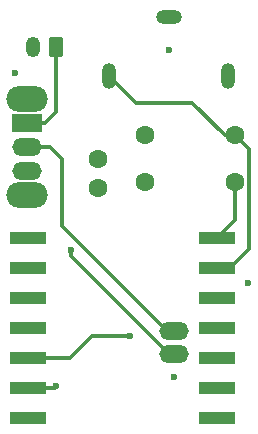
<source format=gbr>
%TF.GenerationSoftware,KiCad,Pcbnew,9.0.7*%
%TF.CreationDate,2026-01-16T10:51:50-07:00*%
%TF.ProjectId,keylink_revB,6b65796c-696e-46b5-9f72-6576422e6b69,rev?*%
%TF.SameCoordinates,Original*%
%TF.FileFunction,Copper,L1,Top*%
%TF.FilePolarity,Positive*%
%FSLAX46Y46*%
G04 Gerber Fmt 4.6, Leading zero omitted, Abs format (unit mm)*
G04 Created by KiCad (PCBNEW 9.0.7) date 2026-01-16 10:51:50*
%MOMM*%
%LPD*%
G01*
G04 APERTURE LIST*
G04 Aperture macros list*
%AMRoundRect*
0 Rectangle with rounded corners*
0 $1 Rounding radius*
0 $2 $3 $4 $5 $6 $7 $8 $9 X,Y pos of 4 corners*
0 Add a 4 corners polygon primitive as box body*
4,1,4,$2,$3,$4,$5,$6,$7,$8,$9,$2,$3,0*
0 Add four circle primitives for the rounded corners*
1,1,$1+$1,$2,$3*
1,1,$1+$1,$4,$5*
1,1,$1+$1,$6,$7*
1,1,$1+$1,$8,$9*
0 Add four rect primitives between the rounded corners*
20,1,$1+$1,$2,$3,$4,$5,0*
20,1,$1+$1,$4,$5,$6,$7,0*
20,1,$1+$1,$6,$7,$8,$9,0*
20,1,$1+$1,$8,$9,$2,$3,0*%
G04 Aperture macros list end*
%TA.AperFunction,ComponentPad*%
%ADD10C,1.600000*%
%TD*%
%TA.AperFunction,ComponentPad*%
%ADD11O,3.500000X2.200000*%
%TD*%
%TA.AperFunction,ComponentPad*%
%ADD12R,2.500000X1.500000*%
%TD*%
%TA.AperFunction,ComponentPad*%
%ADD13O,2.500000X1.500000*%
%TD*%
%TA.AperFunction,ComponentPad*%
%ADD14O,1.200000X1.750000*%
%TD*%
%TA.AperFunction,ComponentPad*%
%ADD15RoundRect,0.250000X0.350000X0.625000X-0.350000X0.625000X-0.350000X-0.625000X0.350000X-0.625000X0*%
%TD*%
%TA.AperFunction,ComponentPad*%
%ADD16O,1.200000X2.200000*%
%TD*%
%TA.AperFunction,ComponentPad*%
%ADD17O,2.200000X1.200000*%
%TD*%
%TA.AperFunction,SMDPad,CuDef*%
%ADD18R,3.150000X1.000000*%
%TD*%
%TA.AperFunction,ViaPad*%
%ADD19C,0.600000*%
%TD*%
%TA.AperFunction,Conductor*%
%ADD20C,0.300000*%
%TD*%
G04 APERTURE END LIST*
D10*
%TO.P,R1,2*%
%TO.N,Net-(U1-VCC_3V3)*%
X100000000Y-36000000D03*
%TO.P,R1,1*%
%TO.N,Net-(U1-D5)*%
X107620000Y-36000000D03*
%TD*%
D11*
%TO.P,SW1,*%
%TO.N,*%
X90000000Y-32900000D03*
X90000000Y-41100000D03*
D12*
%TO.P,SW1,1,A*%
%TO.N,/VBAT*%
X90000000Y-35000000D03*
D13*
%TO.P,SW1,2,B*%
%TO.N,Net-(SW1-B)*%
X90000000Y-37000000D03*
%TO.P,SW1,3*%
%TO.N,N/C*%
X90000000Y-39000000D03*
%TD*%
D10*
%TO.P,R2,1*%
%TO.N,Net-(U1-D6)*%
X107620000Y-40000000D03*
%TO.P,R2,2*%
%TO.N,Net-(U1-VCC_3V3)*%
X100000000Y-40000000D03*
%TD*%
D14*
%TO.P,J1,2,Pin_2*%
%TO.N,Net-(J1-Pin_2)*%
X90500000Y-28500000D03*
D15*
%TO.P,J1,1,Pin_1*%
%TO.N,/VBAT*%
X92500000Y-28500000D03*
%TD*%
D10*
%TO.P,C1,2*%
%TO.N,GND*%
X96000000Y-38000000D03*
%TO.P,C1,1*%
%TO.N,Net-(U1-VCC_3V3)*%
X96000000Y-40500000D03*
%TD*%
D16*
%TO.P,J2,R*%
%TO.N,Net-(U1-D6)*%
X107000000Y-31000000D03*
D17*
%TO.P,J2,S*%
%TO.N,GND*%
X102000000Y-26000000D03*
D16*
%TO.P,J2,T*%
%TO.N,Net-(U1-D5)*%
X97000000Y-31000000D03*
%TD*%
D13*
%TO.P,U1,B-,Batt-*%
%TO.N,Net-(J1-Pin_2)*%
X102429000Y-54500000D03*
%TO.P,U1,B+,Batt+*%
%TO.N,Net-(SW1-B)*%
X102440000Y-52600000D03*
D18*
%TO.P,U1,14,VUSB*%
%TO.N,unconnected-(U1-VUSB-Pad14)*%
X90075000Y-59920000D03*
%TO.P,U1,13,GND*%
%TO.N,GND*%
X90075000Y-57380000D03*
%TO.P,U1,12,VCC_3V3*%
%TO.N,Net-(U1-VCC_3V3)*%
X90075000Y-54840000D03*
%TO.P,U1,11,D10*%
%TO.N,unconnected-(U1-D10-Pad11)*%
X90075000Y-52300000D03*
%TO.P,U1,10,D9*%
%TO.N,unconnected-(U1-D9-Pad10)*%
X90075000Y-49760000D03*
%TO.P,U1,9,D8*%
%TO.N,unconnected-(U1-D8-Pad9)*%
X90075000Y-47220000D03*
%TO.P,U1,8,D7*%
%TO.N,unconnected-(U1-D7-Pad8)*%
X90075000Y-44680000D03*
%TO.P,U1,7,D6*%
%TO.N,Net-(U1-D6)*%
X106100000Y-44680000D03*
%TO.P,U1,6,D5*%
%TO.N,Net-(U1-D5)*%
X106100000Y-47220000D03*
%TO.P,U1,5,D4*%
%TO.N,unconnected-(U1-D4-Pad5)*%
X106100000Y-49760000D03*
%TO.P,U1,4,D3*%
%TO.N,unconnected-(U1-D3-Pad4)*%
X106100000Y-52300000D03*
%TO.P,U1,3,D2*%
%TO.N,unconnected-(U1-D2-Pad3)*%
X106100000Y-54840000D03*
%TO.P,U1,2,D1*%
%TO.N,unconnected-(U1-D1-Pad2)*%
X106100000Y-57380000D03*
%TO.P,U1,1,D0*%
%TO.N,unconnected-(U1-D0-Pad1)*%
X106100000Y-59920000D03*
%TD*%
D19*
%TO.N,GND*%
X108750000Y-48500000D03*
X89000000Y-30750000D03*
X92500000Y-57250000D03*
X102500000Y-56500000D03*
X102000000Y-28750000D03*
%TO.N,Net-(U1-VCC_3V3)*%
X98750000Y-53000000D03*
%TO.N,Net-(J1-Pin_2)*%
X93750000Y-45750000D03*
%TD*%
D20*
%TO.N,Net-(U1-VCC_3V3)*%
X93660000Y-54840000D02*
X90075000Y-54840000D01*
X98750000Y-53000000D02*
X95500000Y-53000000D01*
X95500000Y-53000000D02*
X93660000Y-54840000D01*
%TO.N,GND*%
X90075000Y-57380000D02*
X92370000Y-57380000D01*
X92370000Y-57380000D02*
X92500000Y-57250000D01*
%TO.N,Net-(J1-Pin_2)*%
X102000000Y-54500000D02*
X94000000Y-46500000D01*
X93750000Y-46250000D02*
X93750000Y-45750000D01*
X94000000Y-46500000D02*
X93750000Y-46250000D01*
X102429000Y-54500000D02*
X102000000Y-54500000D01*
%TO.N,Net-(U1-D5)*%
X107620000Y-36000000D02*
X108771000Y-37151000D01*
X107175000Y-47220000D02*
X106100000Y-47220000D01*
X108771000Y-37151000D02*
X108771000Y-45624000D01*
X108771000Y-45624000D02*
X107175000Y-47220000D01*
%TO.N,Net-(U1-D6)*%
X107620000Y-40000000D02*
X107620000Y-43160000D01*
X107620000Y-43160000D02*
X106100000Y-44680000D01*
X108000000Y-40000000D02*
X108026000Y-40026000D01*
%TO.N,unconnected-(U1-D1-Pad2)*%
X107175000Y-57380000D02*
X106100000Y-57380000D01*
%TO.N,/VBAT*%
X92500000Y-28500000D02*
X92500000Y-34050000D01*
X92500000Y-34050000D02*
X91550000Y-35000000D01*
X91550000Y-35000000D02*
X90000000Y-35000000D01*
%TO.N,Net-(J1-Pin_2)*%
X101600000Y-54500000D02*
X102429000Y-54500000D01*
%TO.N,unconnected-(U1-D0-Pad1)*%
X107175000Y-59920000D02*
X106100000Y-59920000D01*
%TO.N,Net-(U1-D5)*%
X99250000Y-33250000D02*
X104000000Y-33250000D01*
X97000000Y-31000000D02*
X99250000Y-33250000D01*
X104000000Y-33250000D02*
X106750000Y-36000000D01*
X106750000Y-36000000D02*
X108000000Y-36000000D01*
%TO.N,Net-(SW1-B)*%
X101890000Y-52600000D02*
X93000000Y-43710000D01*
X93000000Y-43710000D02*
X93000000Y-38000000D01*
X102440000Y-52600000D02*
X101890000Y-52600000D01*
X93000000Y-38000000D02*
X92000000Y-37000000D01*
X92000000Y-37000000D02*
X90000000Y-37000000D01*
%TD*%
M02*

</source>
